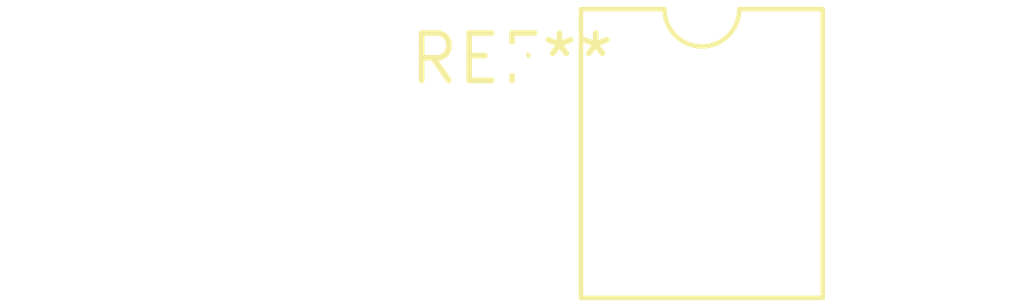
<source format=kicad_pcb>
(kicad_pcb (version 20240108) (generator pcbnew)
  (layers (0 "F.Cu" signal) (31 "B.Cu" signal) (34 "B.Paste" user) (35 "F.Paste" user) (36 "B.SilkS" user "B.Silkscreen") (37 "F.SilkS" user "F.Silkscreen") (38 "B.Mask" user) (39 "F.Mask" user) (44 "Edge.Cuts" user))
  (net 0 "")
  (footprint "DIP-6_W10.16mm_LongPads" (layer "F.Cu") (at 0 0)
    (property "Reference" "REF**")
    (property "Value" "DIP-6_W10.16mm_LongPads")
    (fp_line (start 1.845 -1.33) (end 1.845 6.41) (layer "F.SilkS") (stroke (width 0.12)))
    (fp_line (start 1.845 6.41) (end 8.315 6.41) (layer "F.SilkS") (stroke (width 0.12)))
    (fp_line (start 4.08 -1.33) (end 1.845 -1.33) (layer "F.SilkS") (stroke (width 0.12)))
    (fp_line (start 8.315 -1.33) (end 6.08 -1.33) (layer "F.SilkS") (stroke (width 0.12)))
    (fp_line (start 8.315 6.41) (end 8.315 -1.33) (layer "F.SilkS") (stroke (width 0.12)))
    (fp_arc (start 6.08 -1.33) (mid 5.08 -0.33) (end 4.08 -1.33) (layer "F.SilkS") (stroke (width 0.12)))
    (pad "1" thru_hole rect (at 0 0) (size 2.4 1.6) (drill 0.8) (layers *.Cu *.Mask) (remove_unused_layers))
    (pad "2" thru_hole oval (at 0 2.54) (size 2.4 1.6) (drill 0.8) (layers *.Cu *.Mask) (remove_unused_layers))
    (pad "3" thru_hole oval (at 0 5.08) (size 2.4 1.6) (drill 0.8) (layers *.Cu *.Mask) (remove_unused_layers))
    (pad "4" thru_hole oval (at 10.16 5.08) (size 2.4 1.6) (drill 0.8) (layers *.Cu *.Mask) (remove_unused_layers))
    (pad "5" thru_hole oval (at 10.16 2.54) (size 2.4 1.6) (drill 0.8) (layers *.Cu *.Mask) (remove_unused_layers))
    (pad "6" thru_hole oval (at 10.16 0) (size 2.4 1.6) (drill 0.8) (layers *.Cu *.Mask) (remove_unused_layers))
  )
)
</source>
